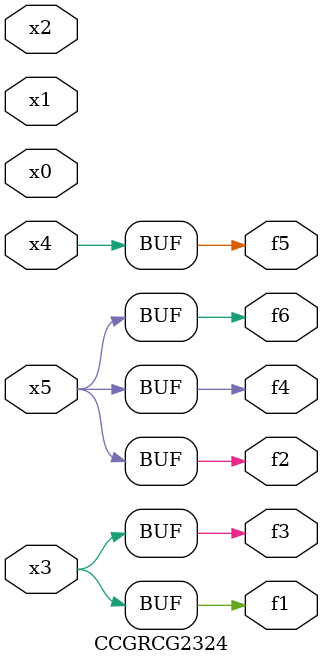
<source format=v>
module CCGRCG2324(
	input x0, x1, x2, x3, x4, x5,
	output f1, f2, f3, f4, f5, f6
);
	assign f1 = x3;
	assign f2 = x5;
	assign f3 = x3;
	assign f4 = x5;
	assign f5 = x4;
	assign f6 = x5;
endmodule

</source>
